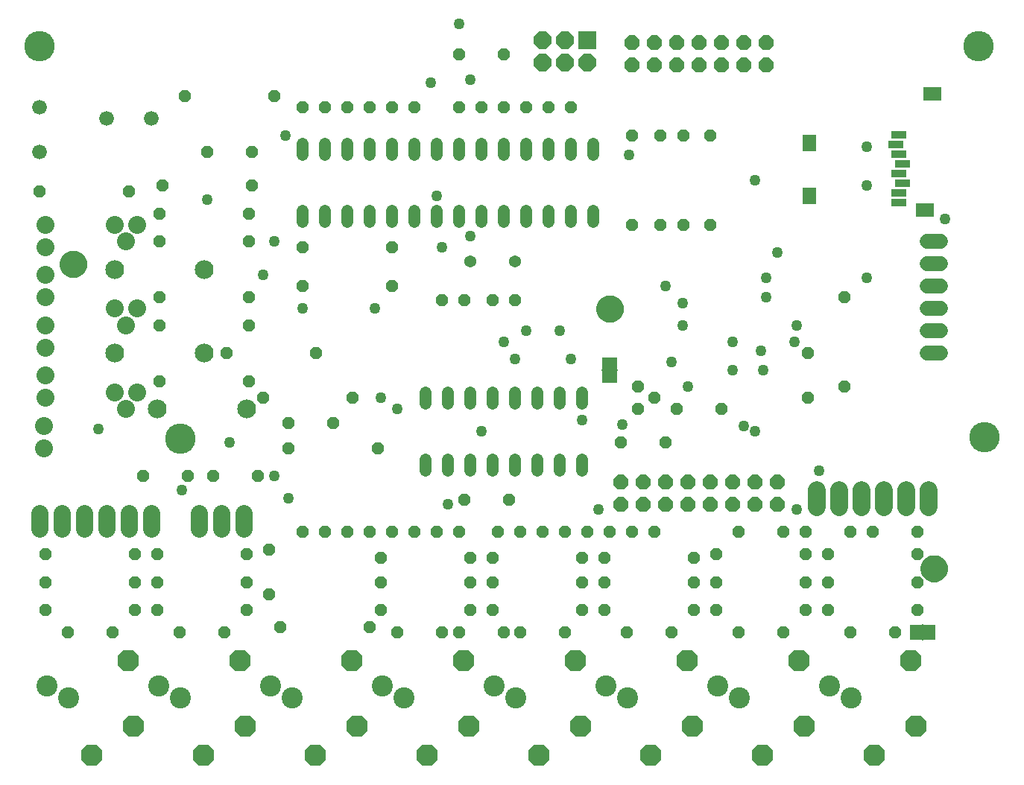
<source format=gts>
G75*
G70*
%OFA0B0*%
%FSLAX24Y24*%
%IPPOS*%
%LPD*%
%AMOC8*
5,1,8,0,0,1.08239X$1,22.5*
%
%ADD10OC8,0.0945*%
%ADD11C,0.0945*%
%ADD12C,0.1360*%
%ADD13C,0.0540*%
%ADD14OC8,0.0540*%
%ADD15C,0.0540*%
%ADD16R,0.0800X0.0800*%
%ADD17OC8,0.0800*%
%ADD18C,0.0800*%
%ADD19C,0.0800*%
%ADD20C,0.0840*%
%ADD21C,0.0769*%
%ADD22OC8,0.0660*%
%ADD23OC8,0.0560*%
%ADD24R,0.0690X0.0520*%
%ADD25R,0.0720X0.0060*%
%ADD26C,0.0660*%
%ADD27C,0.0651*%
%ADD28C,0.0500*%
%ADD29R,0.0808X0.0611*%
%ADD30R,0.0611X0.0769*%
%ADD31R,0.0651X0.0336*%
%ADD32R,0.0520X0.0690*%
%ADD33R,0.0060X0.0720*%
%ADD34C,0.0660*%
%ADD35C,0.0496*%
D10*
X005011Y002368D03*
X006861Y003648D03*
X010011Y002368D03*
X011861Y003648D03*
X015011Y002368D03*
X016861Y003648D03*
X020011Y002368D03*
X021861Y003648D03*
X025011Y002368D03*
X026861Y003648D03*
X030011Y002368D03*
X031861Y003648D03*
X035011Y002368D03*
X036861Y003648D03*
X040011Y002368D03*
X041861Y003648D03*
X041651Y006598D03*
X036651Y006598D03*
X031651Y006598D03*
X026651Y006598D03*
X021651Y006598D03*
X016651Y006598D03*
X011651Y006598D03*
X006651Y006598D03*
D11*
X008001Y005458D03*
X008991Y004908D03*
X013001Y005458D03*
X013991Y004908D03*
X018001Y005458D03*
X018991Y004908D03*
X023001Y005458D03*
X023991Y004908D03*
X028001Y005458D03*
X028991Y004908D03*
X033001Y005458D03*
X033991Y004908D03*
X038001Y005458D03*
X038991Y004908D03*
X003991Y004908D03*
X003001Y005458D03*
D12*
X008968Y016526D03*
X002681Y034088D03*
X044681Y034088D03*
X044931Y016588D03*
D13*
X027431Y026223D02*
X027431Y026703D01*
X026431Y026703D02*
X026431Y026223D01*
X025431Y026223D02*
X025431Y026703D01*
X024431Y026703D02*
X024431Y026223D01*
X023431Y026223D02*
X023431Y026703D01*
X022431Y026703D02*
X022431Y026223D01*
X021431Y026223D02*
X021431Y026703D01*
X020431Y026703D02*
X020431Y026223D01*
X019431Y026223D02*
X019431Y026703D01*
X018431Y026703D02*
X018431Y026223D01*
X017431Y026223D02*
X017431Y026703D01*
X016431Y026703D02*
X016431Y026223D01*
X015431Y026223D02*
X015431Y026703D01*
X014431Y026703D02*
X014431Y026223D01*
X014431Y029223D02*
X014431Y029703D01*
X015431Y029703D02*
X015431Y029223D01*
X016431Y029223D02*
X016431Y029703D01*
X017431Y029703D02*
X017431Y029223D01*
X018431Y029223D02*
X018431Y029703D01*
X019431Y029703D02*
X019431Y029223D01*
X020431Y029223D02*
X020431Y029703D01*
X021431Y029703D02*
X021431Y029223D01*
X022431Y029223D02*
X022431Y029703D01*
X023431Y029703D02*
X023431Y029223D01*
X024431Y029223D02*
X024431Y029703D01*
X025431Y029703D02*
X025431Y029223D01*
X026431Y029223D02*
X026431Y029703D01*
X027431Y029703D02*
X027431Y029223D01*
X026931Y018578D02*
X026931Y018098D01*
X025931Y018098D02*
X025931Y018578D01*
X024931Y018578D02*
X024931Y018098D01*
X023931Y018098D02*
X023931Y018578D01*
X022931Y018578D02*
X022931Y018098D01*
X021931Y018098D02*
X021931Y018578D01*
X020931Y018578D02*
X020931Y018098D01*
X019931Y018098D02*
X019931Y018578D01*
X019931Y015578D02*
X019931Y015098D01*
X020931Y015098D02*
X020931Y015578D01*
X021931Y015578D02*
X021931Y015098D01*
X022931Y015098D02*
X022931Y015578D01*
X023931Y015578D02*
X023931Y015098D01*
X024931Y015098D02*
X024931Y015578D01*
X025931Y015578D02*
X025931Y015098D01*
X026931Y015098D02*
X026931Y015578D01*
D14*
X028681Y016338D03*
X029431Y017838D03*
X030181Y018338D03*
X029431Y018838D03*
X031181Y017838D03*
X030681Y016338D03*
X033181Y017838D03*
X037056Y018338D03*
X038681Y018838D03*
X037056Y020338D03*
X038681Y022838D03*
X032681Y026088D03*
X031493Y026088D03*
X030431Y026088D03*
X029181Y026088D03*
X029181Y030088D03*
X030431Y030088D03*
X031493Y030088D03*
X032681Y030088D03*
X023431Y033713D03*
X021431Y033713D03*
X013181Y031838D03*
X012181Y029338D03*
X012181Y027838D03*
X012056Y026588D03*
X012056Y025338D03*
X014431Y025088D03*
X014431Y023338D03*
X012056Y022838D03*
X012056Y021588D03*
X011056Y020338D03*
X012056Y019088D03*
X012681Y018338D03*
X013806Y017213D03*
X013806Y016088D03*
X012456Y014838D03*
X010456Y014838D03*
X009306Y014838D03*
X007306Y014838D03*
X006931Y011338D03*
X007931Y011338D03*
X007931Y010088D03*
X006931Y010088D03*
X006931Y008838D03*
X007931Y008838D03*
X008931Y007838D03*
X010931Y007838D03*
X011931Y008838D03*
X012931Y009538D03*
X011931Y010088D03*
X011931Y011338D03*
X012931Y011538D03*
X013431Y008088D03*
X017431Y008088D03*
X017931Y008838D03*
X018681Y007838D03*
X020681Y007838D03*
X021431Y007838D03*
X021931Y008838D03*
X022931Y008838D03*
X023431Y007838D03*
X024181Y007838D03*
X026181Y007838D03*
X026931Y008838D03*
X027931Y008838D03*
X028931Y007838D03*
X030931Y007838D03*
X031931Y008838D03*
X032931Y008838D03*
X033931Y007838D03*
X035931Y007838D03*
X036931Y008838D03*
X037931Y008838D03*
X038931Y007838D03*
X040931Y007838D03*
X041931Y008838D03*
X041931Y010088D03*
X041931Y011338D03*
X041931Y012338D03*
X039931Y012338D03*
X038931Y012338D03*
X037931Y011338D03*
X036931Y011338D03*
X036931Y012338D03*
X035931Y012338D03*
X033931Y012338D03*
X032931Y011338D03*
X031931Y011188D03*
X031931Y010088D03*
X032931Y010088D03*
X036931Y010088D03*
X037931Y010088D03*
X027931Y010088D03*
X026931Y010088D03*
X026931Y011188D03*
X027931Y011188D03*
X023681Y013788D03*
X021681Y013788D03*
X021931Y011188D03*
X022931Y011188D03*
X022931Y010088D03*
X021931Y010088D03*
X017931Y010088D03*
X017931Y011188D03*
X017806Y016088D03*
X015806Y017213D03*
X016681Y018338D03*
X015056Y020338D03*
X018431Y023338D03*
X018431Y025088D03*
X020681Y022713D03*
X021681Y022713D03*
X022931Y022713D03*
X023931Y022713D03*
X010181Y029338D03*
X008181Y027838D03*
X006681Y027588D03*
X008056Y026588D03*
X008056Y025338D03*
X008056Y022838D03*
X008056Y021588D03*
X008056Y019088D03*
X002931Y011338D03*
X002931Y010088D03*
X002931Y008838D03*
X003931Y007838D03*
X005931Y007838D03*
X002681Y027588D03*
X009181Y031838D03*
D15*
X021931Y024463D03*
X023931Y024463D03*
D16*
X027181Y034338D03*
D17*
X027181Y033338D03*
X026181Y033338D03*
X025181Y033338D03*
X025181Y034338D03*
X026181Y034338D03*
D18*
X037431Y014208D02*
X037431Y013468D01*
X038431Y013468D02*
X038431Y014208D01*
X039431Y014208D02*
X039431Y013468D01*
X040431Y013468D02*
X040431Y014208D01*
X041431Y014208D02*
X041431Y013468D01*
X042431Y013468D02*
X042431Y014208D01*
D19*
X007056Y018588D03*
X006556Y017838D03*
X006056Y018588D03*
X002931Y018338D03*
X002931Y019338D03*
X002931Y020588D03*
X002931Y021588D03*
X002931Y022838D03*
X002931Y023838D03*
X002931Y025088D03*
X002931Y026088D03*
X006056Y026088D03*
X006556Y025338D03*
X007056Y026088D03*
X007056Y022338D03*
X006556Y021588D03*
X006056Y022338D03*
X002868Y017088D03*
X002868Y016088D03*
D20*
X007931Y017838D03*
X006056Y020338D03*
X010056Y020338D03*
X011931Y017838D03*
X010056Y024088D03*
X006056Y024088D03*
D21*
X005681Y013193D02*
X005681Y012484D01*
X006681Y012484D02*
X006681Y013193D01*
X007681Y013193D02*
X007681Y012484D01*
X009806Y012484D02*
X009806Y013193D01*
X010806Y013193D02*
X010806Y012484D01*
X011806Y012484D02*
X011806Y013193D01*
X004681Y013193D02*
X004681Y012484D01*
X003681Y012484D02*
X003681Y013193D01*
X002681Y013193D02*
X002681Y012484D01*
D22*
X028681Y013588D03*
X029681Y013588D03*
X030681Y013588D03*
X031681Y013588D03*
X032681Y013588D03*
X033681Y013588D03*
X034681Y013588D03*
X035681Y013588D03*
X035681Y014588D03*
X034681Y014588D03*
X033681Y014588D03*
X032681Y014588D03*
X031681Y014588D03*
X030681Y014588D03*
X029681Y014588D03*
X028681Y014588D03*
X029181Y033268D03*
X030181Y033268D03*
X031181Y033268D03*
X032181Y033268D03*
X033181Y033268D03*
X034181Y033268D03*
X035181Y033268D03*
X035181Y034268D03*
X034181Y034268D03*
X033181Y034268D03*
X032181Y034268D03*
X031181Y034268D03*
X030181Y034268D03*
X029181Y034268D03*
D23*
X026431Y031338D03*
X025431Y031338D03*
X024431Y031338D03*
X023431Y031338D03*
X022431Y031338D03*
X021431Y031338D03*
X019431Y031338D03*
X018431Y031338D03*
X017431Y031338D03*
X016431Y031338D03*
X015431Y031338D03*
X014431Y031338D03*
X014431Y012338D03*
X015431Y012338D03*
X016431Y012338D03*
X017431Y012338D03*
X018431Y012338D03*
X019431Y012338D03*
X020431Y012338D03*
X021431Y012338D03*
X023181Y012338D03*
X024181Y012338D03*
X025181Y012338D03*
X026181Y012338D03*
X027181Y012338D03*
X028181Y012338D03*
X029181Y012338D03*
X030181Y012338D03*
D24*
X028181Y019288D03*
X028181Y019888D03*
D25*
X028181Y019588D03*
D26*
X042381Y020338D02*
X042981Y020338D01*
X042981Y021338D02*
X042381Y021338D01*
X042381Y022338D02*
X042981Y022338D01*
X042981Y023338D02*
X042381Y023338D01*
X042381Y024338D02*
X042981Y024338D01*
X042981Y025338D02*
X042381Y025338D01*
D27*
X028181Y022338D03*
X042681Y010713D03*
X004181Y024338D03*
D28*
X003825Y024338D02*
X003827Y024375D01*
X003833Y024412D01*
X003842Y024448D01*
X003856Y024483D01*
X003873Y024516D01*
X003893Y024547D01*
X003916Y024576D01*
X003943Y024603D01*
X003972Y024626D01*
X004003Y024646D01*
X004036Y024663D01*
X004071Y024677D01*
X004107Y024686D01*
X004144Y024692D01*
X004181Y024694D01*
X004218Y024692D01*
X004255Y024686D01*
X004291Y024677D01*
X004326Y024663D01*
X004359Y024646D01*
X004390Y024626D01*
X004419Y024603D01*
X004446Y024576D01*
X004469Y024547D01*
X004489Y024516D01*
X004506Y024483D01*
X004520Y024448D01*
X004529Y024412D01*
X004535Y024375D01*
X004537Y024338D01*
X004535Y024301D01*
X004529Y024264D01*
X004520Y024228D01*
X004506Y024193D01*
X004489Y024160D01*
X004469Y024129D01*
X004446Y024100D01*
X004419Y024073D01*
X004390Y024050D01*
X004359Y024030D01*
X004326Y024013D01*
X004291Y023999D01*
X004255Y023990D01*
X004218Y023984D01*
X004181Y023982D01*
X004144Y023984D01*
X004107Y023990D01*
X004071Y023999D01*
X004036Y024013D01*
X004003Y024030D01*
X003972Y024050D01*
X003943Y024073D01*
X003916Y024100D01*
X003893Y024129D01*
X003873Y024160D01*
X003856Y024193D01*
X003842Y024228D01*
X003833Y024264D01*
X003827Y024301D01*
X003825Y024338D01*
X027825Y022338D02*
X027827Y022375D01*
X027833Y022412D01*
X027842Y022448D01*
X027856Y022483D01*
X027873Y022516D01*
X027893Y022547D01*
X027916Y022576D01*
X027943Y022603D01*
X027972Y022626D01*
X028003Y022646D01*
X028036Y022663D01*
X028071Y022677D01*
X028107Y022686D01*
X028144Y022692D01*
X028181Y022694D01*
X028218Y022692D01*
X028255Y022686D01*
X028291Y022677D01*
X028326Y022663D01*
X028359Y022646D01*
X028390Y022626D01*
X028419Y022603D01*
X028446Y022576D01*
X028469Y022547D01*
X028489Y022516D01*
X028506Y022483D01*
X028520Y022448D01*
X028529Y022412D01*
X028535Y022375D01*
X028537Y022338D01*
X028535Y022301D01*
X028529Y022264D01*
X028520Y022228D01*
X028506Y022193D01*
X028489Y022160D01*
X028469Y022129D01*
X028446Y022100D01*
X028419Y022073D01*
X028390Y022050D01*
X028359Y022030D01*
X028326Y022013D01*
X028291Y021999D01*
X028255Y021990D01*
X028218Y021984D01*
X028181Y021982D01*
X028144Y021984D01*
X028107Y021990D01*
X028071Y021999D01*
X028036Y022013D01*
X028003Y022030D01*
X027972Y022050D01*
X027943Y022073D01*
X027916Y022100D01*
X027893Y022129D01*
X027873Y022160D01*
X027856Y022193D01*
X027842Y022228D01*
X027833Y022264D01*
X027827Y022301D01*
X027825Y022338D01*
X042325Y010713D02*
X042327Y010750D01*
X042333Y010787D01*
X042342Y010823D01*
X042356Y010858D01*
X042373Y010891D01*
X042393Y010922D01*
X042416Y010951D01*
X042443Y010978D01*
X042472Y011001D01*
X042503Y011021D01*
X042536Y011038D01*
X042571Y011052D01*
X042607Y011061D01*
X042644Y011067D01*
X042681Y011069D01*
X042718Y011067D01*
X042755Y011061D01*
X042791Y011052D01*
X042826Y011038D01*
X042859Y011021D01*
X042890Y011001D01*
X042919Y010978D01*
X042946Y010951D01*
X042969Y010922D01*
X042989Y010891D01*
X043006Y010858D01*
X043020Y010823D01*
X043029Y010787D01*
X043035Y010750D01*
X043037Y010713D01*
X043035Y010676D01*
X043029Y010639D01*
X043020Y010603D01*
X043006Y010568D01*
X042989Y010535D01*
X042969Y010504D01*
X042946Y010475D01*
X042919Y010448D01*
X042890Y010425D01*
X042859Y010405D01*
X042826Y010388D01*
X042791Y010374D01*
X042755Y010365D01*
X042718Y010359D01*
X042681Y010357D01*
X042644Y010359D01*
X042607Y010365D01*
X042571Y010374D01*
X042536Y010388D01*
X042503Y010405D01*
X042472Y010425D01*
X042443Y010448D01*
X042416Y010475D01*
X042393Y010504D01*
X042373Y010535D01*
X042356Y010568D01*
X042342Y010603D01*
X042333Y010639D01*
X042327Y010676D01*
X042325Y010713D01*
D29*
X042262Y026746D03*
X042616Y031943D03*
D30*
X037104Y029738D03*
X037104Y027376D03*
D31*
X040962Y029699D03*
X041120Y030132D03*
X041120Y029265D03*
X041277Y028832D03*
X041120Y028399D03*
X041277Y027966D03*
X041120Y027533D03*
X041120Y027100D03*
D32*
X041881Y007838D03*
X042481Y007838D03*
D33*
X042181Y007838D03*
D34*
X007681Y030838D03*
X005681Y030838D03*
X002681Y031338D03*
X002681Y029338D03*
D35*
X010181Y027213D03*
X013181Y025338D03*
X012681Y023838D03*
X014431Y022338D03*
X017681Y022338D03*
X020681Y025088D03*
X021931Y025588D03*
X020431Y027401D03*
X020181Y032463D03*
X021931Y032588D03*
X021431Y035088D03*
X029056Y029213D03*
X034681Y028088D03*
X035681Y024838D03*
X035181Y023713D03*
X035181Y022838D03*
X036556Y021588D03*
X036431Y020838D03*
X034931Y020463D03*
X033681Y020838D03*
X033681Y019588D03*
X035056Y019588D03*
X034181Y017088D03*
X034681Y016838D03*
X037556Y015088D03*
X036556Y013338D03*
X031681Y018838D03*
X030931Y019963D03*
X031431Y021588D03*
X031431Y022588D03*
X030681Y023338D03*
X026431Y020088D03*
X025931Y021338D03*
X024431Y021338D03*
X023431Y020838D03*
X023931Y020088D03*
X026931Y017338D03*
X028743Y017151D03*
X027681Y013338D03*
X022431Y016838D03*
X018681Y017838D03*
X017931Y018338D03*
X013181Y014838D03*
X013806Y013838D03*
X011181Y016338D03*
X009056Y014213D03*
X005306Y016963D03*
X020931Y013588D03*
X039681Y023713D03*
X043181Y026338D03*
X039681Y027838D03*
X039681Y029588D03*
X013681Y030088D03*
M02*

</source>
